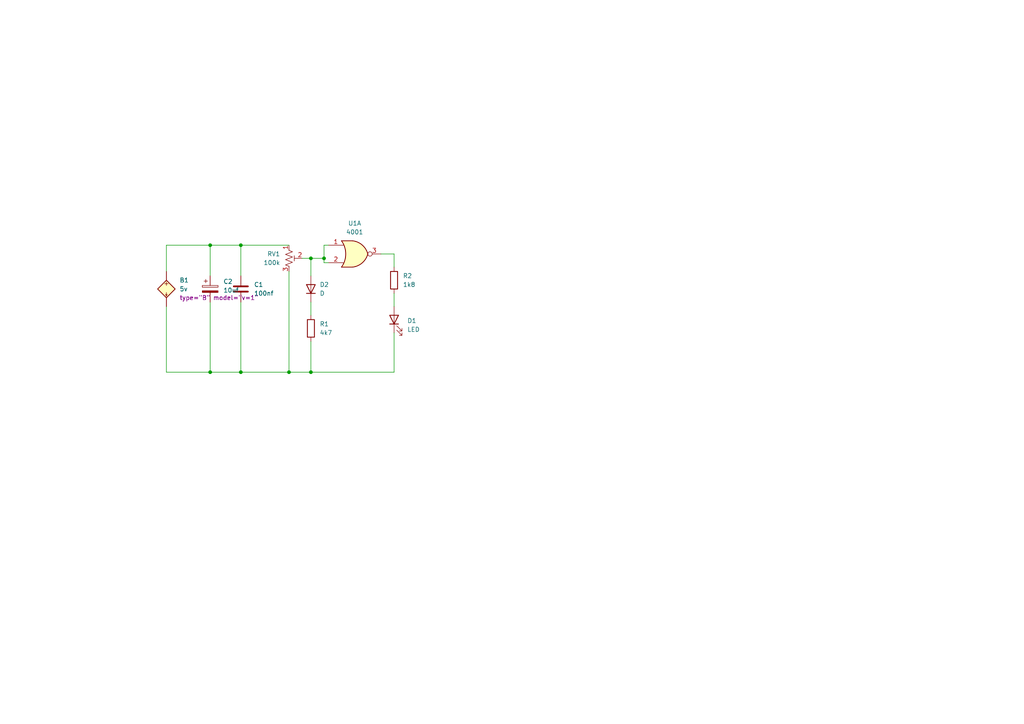
<source format=kicad_sch>
(kicad_sch (version 20250114) (generator "eeschema") (generator_version "9.0")
  (paper "A4")
  (lib_symbols
    (symbol "4xxx:4001" (pin_names (offset 1.016))
      (property "Reference" "U" (at 0 1.27 0))
      (property "Value" "4001" (at 0 -1.27 0))
      (symbol "4001_1_1"
        (arc (start -3.81 3.81) (mid -2.589 0) (end -3.81 -3.81) (stroke (width 0.254)))
        (polyline (pts (xy -3.81 3.81) (xy -0.635 3.81)) (stroke (width 0.254)) (fill (type background)))
        (polyline (pts (xy -3.81 -3.81) (xy -0.635 -3.81)) (stroke (width 0.254)) (fill (type background)))
        (arc (start 3.81 0) (mid 2.1855 -2.584) (end -0.6096 -3.81) (stroke (width 0.254)) (fill (type background)))
        (arc (start -0.6096 3.81) (mid 2.1928 2.5924) (end 3.81 0) (stroke (width 0.254)) (fill (type background)))
        (polyline (pts (xy -0.635 3.81) (xy -3.81 3.81) (xy -3.81 3.81) (xy -3.556 3.4036) (xy -3.0226 2.2606) (xy -2.6924 1.0414) (xy -2.6162 -0.254) (xy -2.7686 -1.4986) (xy -3.175 -2.7178) (xy -3.81 -3.81) (xy -3.81 -3.81) (xy -0.635 -3.81)) (stroke (width -25.4)) (fill (type background)))
        (pin input line (at -7.62 2.54 0) (length 4.318) (name "~") (number "1"))
        (pin input line (at -7.62 -2.54 0) (length 4.318) (name "~") (number "2"))
        (pin output inverted (at 7.62 0 180) (length 3.81) (name "~") (number "3"))
      )
      (symbol "4001_1_2"
        (arc (start 0 3.81) (mid 3.7934 0) (end 0 -3.81) (stroke (width 0.254)) (fill (type background)))
        (polyline (pts (xy 0 3.81) (xy -3.81 3.81) (xy -3.81 -3.81) (xy 0 -3.81)) (stroke (width 0.254)) (fill (type background)))
        (pin input inverted (at -7.62 2.54 0) (length 3.81) (name "~") (number "1"))
        (pin input inverted (at -7.62 -2.54 0) (length 3.81) (name "~") (number "2"))
        (pin output line (at 7.62 0 180) (length 3.81) (name "~") (number "3"))
      )
      (symbol "4001_2_1"
        (arc (start -3.81 3.81) (mid -2.589 0) (end -3.81 -3.81) (stroke (width 0.254)))
        (polyline (pts (xy -3.81 3.81) (xy -0.635 3.81)) (stroke (width 0.254)) (fill (type background)))
        (polyline (pts (xy -3.81 -3.81) (xy -0.635 -3.81)) (stroke (width 0.254)) (fill (type background)))
        (arc (start 3.81 0) (mid 2.1855 -2.584) (end -0.6096 -3.81) (stroke (width 0.254)) (fill (type background)))
        (arc (start -0.6096 3.81) (mid 2.1928 2.5924) (end 3.81 0) (stroke (width 0.254)) (fill (type background)))
        (polyline (pts (xy -0.635 3.81) (xy -3.81 3.81) (xy -3.81 3.81) (xy -3.556 3.4036) (xy -3.0226 2.2606) (xy -2.6924 1.0414) (xy -2.6162 -0.254) (xy -2.7686 -1.4986) (xy -3.175 -2.7178) (xy -3.81 -3.81) (xy -3.81 -3.81) (xy -0.635 -3.81)) (stroke (width -25.4)) (fill (type background)))
        (pin input line (at -7.62 2.54 0) (length 4.318) (name "~") (number "5"))
        (pin input line (at -7.62 -2.54 0) (length 4.318) (name "~") (number "6"))
        (pin output inverted (at 7.62 0 180) (length 3.81) (name "~") (number "4"))
      )
      (symbol "4001_2_2"
        (arc (start 0 3.81) (mid 3.7934 0) (end 0 -3.81) (stroke (width 0.254)) (fill (type background)))
        (polyline (pts (xy 0 3.81) (xy -3.81 3.81) (xy -3.81 -3.81) (xy 0 -3.81)) (stroke (width 0.254)) (fill (type background)))
        (pin input inverted (at -7.62 2.54 0) (length 3.81) (name "~") (number "5"))
        (pin input inverted (at -7.62 -2.54 0) (length 3.81) (name "~") (number "6"))
        (pin output line (at 7.62 0 180) (length 3.81) (name "~") (number "4"))
      )
      (symbol "4001_3_1"
        (arc (start -3.81 3.81) (mid -2.589 0) (end -3.81 -3.81) (stroke (width 0.254)))
        (polyline (pts (xy -3.81 3.81) (xy -0.635 3.81)) (stroke (width 0.254)) (fill (type background)))
        (polyline (pts (xy -3.81 -3.81) (xy -0.635 -3.81)) (stroke (width 0.254)) (fill (type background)))
        (arc (start 3.81 0) (mid 2.1855 -2.584) (end -0.6096 -3.81) (stroke (width 0.254)) (fill (type background)))
        (arc (start -0.6096 3.81) (mid 2.1928 2.5924) (end 3.81 0) (stroke (width 0.254)) (fill (type background)))
        (polyline (pts (xy -0.635 3.81) (xy -3.81 3.81) (xy -3.81 3.81) (xy -3.556 3.4036) (xy -3.0226 2.2606) (xy -2.6924 1.0414) (xy -2.6162 -0.254) (xy -2.7686 -1.4986) (xy -3.175 -2.7178) (xy -3.81 -3.81) (xy -3.81 -3.81) (xy -0.635 -3.81)) (stroke (width -25.4)) (fill (type background)))
        (pin input line (at -7.62 2.54 0) (length 4.318) (name "~") (number "8"))
        (pin input line (at -7.62 -2.54 0) (length 4.318) (name "~") (number "9"))
        (pin output inverted (at 7.62 0 180) (length 3.81) (name "~") (number "10"))
      )
      (symbol "4001_3_2"
        (arc (start 0 3.81) (mid 3.7934 0) (end 0 -3.81) (stroke (width 0.254)) (fill (type background)))
        (polyline (pts (xy 0 3.81) (xy -3.81 3.81) (xy -3.81 -3.81) (xy 0 -3.81)) (stroke (width 0.254)) (fill (type background)))
        (pin input inverted (at -7.62 2.54 0) (length 3.81) (name "~") (number "8"))
        (pin input inverted (at -7.62 -2.54 0) (length 3.81) (name "~") (number "9"))
        (pin output line (at 7.62 0 180) (length 3.81) (name "~") (number "10"))
      )
      (symbol "4001_4_1"
        (arc (start -3.81 3.81) (mid -2.589 0) (end -3.81 -3.81) (stroke (width 0.254)))
        (polyline (pts (xy -3.81 3.81) (xy -0.635 3.81)) (stroke (width 0.254)) (fill (type background)))
        (polyline (pts (xy -3.81 -3.81) (xy -0.635 -3.81)) (stroke (width 0.254)) (fill (type background)))
        (arc (start 3.81 0) (mid 2.1855 -2.584) (end -0.6096 -3.81) (stroke (width 0.254)) (fill (type background)))
        (arc (start -0.6096 3.81) (mid 2.1928 2.5924) (end 3.81 0) (stroke (width 0.254)) (fill (type background)))
        (polyline (pts (xy -0.635 3.81) (xy -3.81 3.81) (xy -3.81 3.81) (xy -3.556 3.4036) (xy -3.0226 2.2606) (xy -2.6924 1.0414) (xy -2.6162 -0.254) (xy -2.7686 -1.4986) (xy -3.175 -2.7178) (xy -3.81 -3.81) (xy -3.81 -3.81) (xy -0.635 -3.81)) (stroke (width -25.4)) (fill (type background)))
        (pin input line (at -7.62 2.54 0) (length 4.318) (name "~") (number "12"))
        (pin input line (at -7.62 -2.54 0) (length 4.318) (name "~") (number "13"))
        (pin output inverted (at 7.62 0 180) (length 3.81) (name "~") (number "11"))
      )
      (symbol "4001_4_2"
        (arc (start 0 3.81) (mid 3.7934 0) (end 0 -3.81) (stroke (width 0.254)) (fill (type background)))
        (polyline (pts (xy 0 3.81) (xy -3.81 3.81) (xy -3.81 -3.81) (xy 0 -3.81)) (stroke (width 0.254)) (fill (type background)))
        (pin input inverted (at -7.62 2.54 0) (length 3.81) (name "~") (number "12"))
        (pin input inverted (at -7.62 -2.54 0) (length 3.81) (name "~") (number "13"))
        (pin output line (at 7.62 0 180) (length 3.81) (name "~") (number "11"))
      )
      (symbol "4001_5_0"
        (pin power_in line (at 0 12.7 270) (length 5.08) (name "VDD") (number "14"))
        (pin power_in line (at 0 -12.7 90) (length 5.08) (name "VSS") (number "7"))
      )
      (symbol "4001_5_1"
        (rectangle (start -5.08 7.62) (end 5.08 -7.62) (stroke (width 0.254)) (fill (type background)))
      )
    )
    (symbol "Device:C" (pin_numbers (hide yes)) (pin_names (offset 0.254))
      (property "Reference" "C" (at 0.635 2.54 0))
      (property "Value" "C" (at 0.635 -2.54 0))
      (symbol "C_0_1"
        (polyline (pts (xy -2.032 0.762) (xy 2.032 0.762)) (stroke (width 0.508)))
        (polyline (pts (xy -2.032 -0.762) (xy 2.032 -0.762)) (stroke (width 0.508)))
      )
      (symbol "C_1_1"
        (pin passive line (at 0 3.81 270) (length 2.794) (name "~") (number "1"))
        (pin passive line (at 0 -3.81 90) (length 2.794) (name "~") (number "2"))
      )
    )
    (symbol "Device:C_Polarized" (pin_numbers (hide yes)) (pin_names (offset 0.254))
      (property "Reference" "C" (at 0.635 2.54 0))
      (property "Value" "C_Polarized" (at 0.635 -2.54 0))
      (symbol "C_Polarized_0_1"
        (rectangle (start -2.286 0.508) (end 2.286 1.016))
        (polyline (pts (xy -1.778 2.286) (xy -0.762 2.286)))
        (polyline (pts (xy -1.27 2.794) (xy -1.27 1.778)))
        (rectangle (start 2.286 -0.508) (end -2.286 -1.016) (fill (type outline)))
      )
      (symbol "C_Polarized_1_1"
        (pin passive line (at 0 3.81 270) (length 2.794) (name "~") (number "1"))
        (pin passive line (at 0 -3.81 90) (length 2.794) (name "~") (number "2"))
      )
    )
    (symbol "Device:D" (pin_numbers (hide yes)) (pin_names (offset 1.016) (hide yes))
      (property "Reference" "D" (at 0 2.54 0))
      (property "Value" "D" (at 0 -2.54 0))
      (symbol "D_0_1"
        (polyline (pts (xy -1.27 1.27) (xy -1.27 -1.27)) (stroke (width 0.254)))
        (polyline (pts (xy 1.27 1.27) (xy 1.27 -1.27) (xy -1.27 0) (xy 1.27 1.27)) (stroke (width 0.254)))
        (polyline (pts (xy 1.27 0) (xy -1.27 0)))
      )
      (symbol "D_1_1"
        (pin passive line (at -3.81 0 0) (length 2.54) (name "K") (number "1"))
        (pin passive line (at 3.81 0 180) (length 2.54) (name "A") (number "2"))
      )
    )
    (symbol "Device:LED" (pin_numbers (hide yes)) (pin_names (offset 1.016) (hide yes))
      (property "Reference" "D" (at 0 2.54 0))
      (property "Value" "LED" (at 0 -2.54 0))
      (symbol "LED_0_1"
        (polyline (pts (xy -3.048 -0.762) (xy -4.572 -2.286) (xy -3.81 -2.286) (xy -4.572 -2.286) (xy -4.572 -1.524)))
        (polyline (pts (xy -1.778 -0.762) (xy -3.302 -2.286) (xy -2.54 -2.286) (xy -3.302 -2.286) (xy -3.302 -1.524)))
        (polyline (pts (xy -1.27 0) (xy 1.27 0)))
        (polyline (pts (xy -1.27 -1.27) (xy -1.27 1.27)) (stroke (width 0.254)))
        (polyline (pts (xy 1.27 -1.27) (xy 1.27 1.27) (xy -1.27 0) (xy 1.27 -1.27)) (stroke (width 0.254)))
      )
      (symbol "LED_1_1"
        (pin passive line (at -3.81 0 0) (length 2.54) (name "K") (number "1"))
        (pin passive line (at 3.81 0 180) (length 2.54) (name "A") (number "2"))
      )
    )
    (symbol "Device:R" (pin_numbers (hide yes)) (pin_names (offset 0))
      (property "Reference" "R" (at 2.032 0 90))
      (property "Value" "R" (at 0 0 90))
      (symbol "R_0_1"
        (rectangle (start -1.016 -2.54) (end 1.016 2.54) (stroke (width 0.254)))
      )
      (symbol "R_1_1"
        (pin passive line (at 0 3.81 270) (length 1.27) (name "~") (number "1"))
        (pin passive line (at 0 -3.81 90) (length 1.27) (name "~") (number "2"))
      )
    )
    (symbol "Device:R_Potentiometer_Trim_US" (pin_names (offset 1.016) (hide yes))
      (property "Reference" "RV" (at -4.445 0 90))
      (property "Value" "R_Potentiometer_Trim_US" (at -2.54 0 90))
      (symbol "R_Potentiometer_Trim_US_0_1"
        (polyline (pts (xy 0 2.286) (xy 0 2.54)))
        (polyline (pts (xy 0 2.286) (xy 1.016 1.905) (xy 0 1.524) (xy -1.016 1.143) (xy 0 0.762)))
        (polyline (pts (xy 0 0.762) (xy 1.016 0.381) (xy 0 0) (xy -1.016 -0.381) (xy 0 -0.762)))
        (polyline (pts (xy 0 -0.762) (xy 1.016 -1.143) (xy 0 -1.524) (xy -1.016 -1.905) (xy 0 -2.286)))
        (polyline (pts (xy 0 -2.286) (xy 0 -2.54)))
        (polyline (pts (xy 1.524 0.762) (xy 1.524 -0.762)))
        (polyline (pts (xy 2.54 0) (xy 1.524 0)))
      )
      (symbol "R_Potentiometer_Trim_US_1_1"
        (pin passive line (at 0 3.81 270) (length 1.27) (name "1") (number "1"))
        (pin passive line (at 0 -3.81 90) (length 1.27) (name "3") (number "3"))
        (pin passive line (at 3.81 0 180) (length 1.27) (name "2") (number "2"))
      )
    )
    (symbol "Simulation_SPICE:BSOURCE" (pin_numbers (hide yes)) (pin_names (offset 1.016) (hide yes))
      (property "Reference" "B" (at 2.54 2.54 0))
      (property "Value" "BSOURCE" (at 2.54 0 0))
      (property "Sim.Params" "type=\"B\" model=\"v=1\"" (at 2.54 -2.54 0))
      (symbol "BSOURCE_0_1"
        (polyline (pts (xy 0 2.54) (xy -2.54 0) (xy 0 -2.54) (xy 2.54 0) (xy 0 2.54)) (stroke (width 0.254)) (fill (type background)))
        (polyline (pts (xy 0 -1.016) (xy 0 -2.032)))
        (polyline (pts (xy 0.254 -1.524) (xy 0 -2.032) (xy -0.254 -1.524)))
      )
      (symbol "BSOURCE_1_1"
        (polyline (pts (xy -0.508 1.524) (xy 0.508 1.524)))
        (polyline (pts (xy 0 1.016) (xy 0 2.032)))
        (pin passive line (at 0 5.08 270) (length 2.54) (name "N+") (number "1"))
        (pin passive line (at 0 -5.08 90) (length 2.54) (name "N-") (number "2"))
      )
    )
  )
  (junction (at 69.85 71.12))
  (junction (at 60.96 71.12))
  (junction (at 90.17 74.93))
  (junction (at 90.17 107.95))
  (junction (at 93.98 74.93))
  (junction (at 69.85 107.95))
  (junction (at 83.82 107.95))
  (junction (at 60.96 107.95))
  (wire (pts (xy 93.98 71.12) (xy 93.98 74.93)))
  (wire (pts (xy 69.85 71.12) (xy 69.85 80.01)))
  (wire (pts (xy 93.98 74.93) (xy 90.17 74.93)))
  (wire (pts (xy 48.26 71.12) (xy 60.96 71.12)))
  (wire (pts (xy 48.26 107.95) (xy 60.96 107.95)))
  (wire (pts (xy 69.85 71.12) (xy 60.96 71.12)))
  (wire (pts (xy 95.25 71.12) (xy 93.98 71.12)))
  (wire (pts (xy 60.96 107.95) (xy 69.85 107.95)))
  (wire (pts (xy 48.26 88.9) (xy 48.26 107.95)))
  (wire (pts (xy 60.96 107.95) (xy 60.96 87.63)))
  (wire (pts (xy 83.82 78.74) (xy 83.82 107.95)))
  (wire (pts (xy 114.3 85.09) (xy 114.3 88.9)))
  (wire (pts (xy 60.96 71.12) (xy 60.96 80.01)))
  (wire (pts (xy 69.85 71.12) (xy 83.82 71.12)))
  (wire (pts (xy 114.3 73.66) (xy 114.3 77.47)))
  (wire (pts (xy 90.17 107.95) (xy 90.17 99.06)))
  (wire (pts (xy 93.98 76.2) (xy 93.98 74.93)))
  (wire (pts (xy 69.85 107.95) (xy 69.85 87.63)))
  (wire (pts (xy 110.49 73.66) (xy 114.3 73.66)))
  (wire (pts (xy 69.85 107.95) (xy 83.82 107.95)))
  (wire (pts (xy 90.17 74.93) (xy 90.17 80.01)))
  (wire (pts (xy 83.82 107.95) (xy 90.17 107.95)))
  (wire (pts (xy 90.17 107.95) (xy 114.3 107.95)))
  (wire (pts (xy 90.17 87.63) (xy 90.17 91.44)))
  (wire (pts (xy 90.17 74.93) (xy 87.63 74.93)))
  (wire (pts (xy 48.26 71.12) (xy 48.26 78.74)))
  (wire (pts (xy 114.3 107.95) (xy 114.3 96.52)))
  (wire (pts (xy 95.25 76.2) (xy 93.98 76.2)))
  (symbol (lib_id "4xxx:4001") (at 102.87 73.66 0) (unit 1)
    (property "Reference" "U1" (at 102.87 64.77 0))
    (property "Value" "4001" (at 102.87 67.31 0))
    (property "Datasheet" "http://www.intersil.com/content/dam/Intersil/documents/cd40/cd4000bms-01bms-02bms-25bms.pdf" (effects (hide yes)))
    (property "Description" "Quad Nor 2 inputs" (effects (hide yes)))
  )
  (symbol (lib_id "Device:R_Potentiometer_Trim_US") (at 83.82 74.93 0) (unit 1)
    (property "Reference" "RV1" (at 81.28 73.6599 0) (effects (justify right)))
    (property "Value" "100k" (at 81.28 76.1999 0) (effects (justify right)))
    (property "Description" "Trim-potentiometer, US symbol" (effects (hide yes)))
  )
  (symbol (lib_id "Device:C_Polarized") (at 60.96 83.82 0) (unit 1)
    (property "Reference" "C2" (at 64.77 81.6609 0) (effects (justify left)))
    (property "Value" "10uf" (at 64.77 84.2009 0) (effects (justify left)))
    (property "Description" "Polarized capacitor" (effects (hide yes)))
  )
  (symbol (lib_id "Device:LED") (at 114.3 92.71 90) (unit 1)
    (property "Reference" "D1" (at 118.11 93.0274 90) (effects (justify right)))
    (property "Value" "LED" (at 118.11 95.5674 90) (effects (justify right)))
    (property "Description" "Light emitting diode" (effects (hide yes)))
    (property "Sim.Pins" "1=K 2=A" (effects (hide yes)))
  )
  (symbol (lib_id "Simulation_SPICE:BSOURCE") (at 48.26 83.82 0) (unit 1)
    (property "Reference" "B1" (at 52.07 81.2799 0) (effects (justify left)))
    (property "Value" "5v" (at 52.07 83.8199 0) (effects (justify left)))
    (property "Footprint" "Battery:BatteryHolder_Bulgin_BX0036_1xC" (effects (hide yes)))
    (property "Datasheet" "https://ngspice.sourceforge.io/docs/ngspice-html-manual/manual.xhtml#sec_Non_linear_Dependent_Sources" (effects (hide yes)))
    (property "Description" "Arbitrary behavioral voltage or current source for simulation only" (effects (hide yes)))
    (property "Sim.Device" "SPICE" (effects (hide yes)))
    (property "Sim.Params" "type=\"B\" model=\"v=1\"" (at 52.07 86.3599 0) (effects (justify left)))
  )
  (symbol (lib_id "Device:C") (at 69.85 83.82 0) (unit 1)
    (property "Reference" "C1" (at 73.66 82.5499 0) (effects (justify left)))
    (property "Value" "100nf" (at 73.66 85.0899 0) (effects (justify left)))
    (property "Description" "Unpolarized capacitor" (effects (hide yes)))
  )
  (symbol (lib_id "Device:R") (at 114.3 81.28 0) (unit 1)
    (property "Reference" "R2" (at 116.84 80.0099 0) (effects (justify left)))
    (property "Value" "1k8" (at 116.84 82.5499 0) (effects (justify left)))
    (property "Description" "Resistor" (effects (hide yes)))
  )
  (symbol (lib_id "Device:D") (at 90.17 83.82 90) (unit 1)
    (property "Reference" "D2" (at 92.71 82.5499 90) (effects (justify right)))
    (property "Value" "D" (at 92.71 85.0899 90) (effects (justify right)))
    (property "Description" "Diode" (effects (hide yes)))
    (property "Sim.Device" "D" (effects (hide yes)))
    (property "Sim.Pins" "1=K 2=A" (effects (hide yes)))
  )
  (symbol (lib_id "Device:R") (at 90.17 95.25 0) (unit 1)
    (property "Reference" "R1" (at 92.71 93.9799 0) (effects (justify left)))
    (property "Value" "4k7" (at 92.71 96.5199 0) (effects (justify left)))
    (property "Description" "Resistor" (effects (hide yes)))
  )
)
</source>
